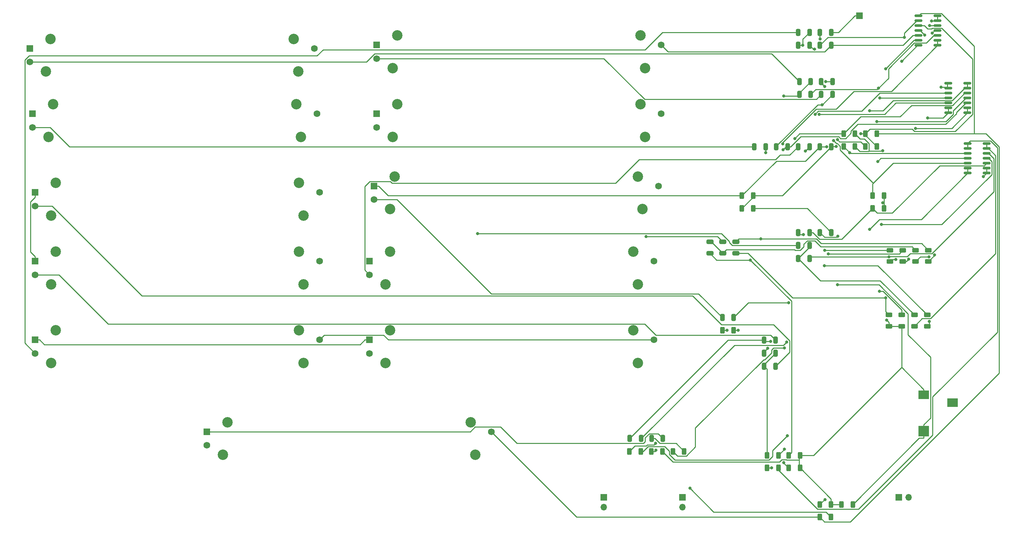
<source format=gbr>
%TF.GenerationSoftware,KiCad,Pcbnew,7.0.6*%
%TF.CreationDate,2023-07-25T22:23:12+05:30*%
%TF.ProjectId,class2_assignment,636c6173-7332-45f6-9173-7369676e6d65,rev?*%
%TF.SameCoordinates,Original*%
%TF.FileFunction,Copper,L1,Top*%
%TF.FilePolarity,Positive*%
%FSLAX46Y46*%
G04 Gerber Fmt 4.6, Leading zero omitted, Abs format (unit mm)*
G04 Created by KiCad (PCBNEW 7.0.6) date 2023-07-25 22:23:12*
%MOMM*%
%LPD*%
G01*
G04 APERTURE LIST*
G04 Aperture macros list*
%AMRoundRect*
0 Rectangle with rounded corners*
0 $1 Rounding radius*
0 $2 $3 $4 $5 $6 $7 $8 $9 X,Y pos of 4 corners*
0 Add a 4 corners polygon primitive as box body*
4,1,4,$2,$3,$4,$5,$6,$7,$8,$9,$2,$3,0*
0 Add four circle primitives for the rounded corners*
1,1,$1+$1,$2,$3*
1,1,$1+$1,$4,$5*
1,1,$1+$1,$6,$7*
1,1,$1+$1,$8,$9*
0 Add four rect primitives between the rounded corners*
20,1,$1+$1,$2,$3,$4,$5,0*
20,1,$1+$1,$4,$5,$6,$7,0*
20,1,$1+$1,$6,$7,$8,$9,0*
20,1,$1+$1,$8,$9,$2,$3,0*%
G04 Aperture macros list end*
%TA.AperFunction,ComponentPad*%
%ADD10R,1.700000X1.700000*%
%TD*%
%TA.AperFunction,ComponentPad*%
%ADD11O,1.700000X1.700000*%
%TD*%
%TA.AperFunction,ComponentPad*%
%ADD12R,1.750000X1.750000*%
%TD*%
%TA.AperFunction,ComponentPad*%
%ADD13C,1.750000*%
%TD*%
%TA.AperFunction,ComponentPad*%
%ADD14C,2.700000*%
%TD*%
%TA.AperFunction,SMDPad,CuDef*%
%ADD15RoundRect,0.150000X-0.825000X-0.150000X0.825000X-0.150000X0.825000X0.150000X-0.825000X0.150000X0*%
%TD*%
%TA.AperFunction,SMDPad,CuDef*%
%ADD16R,2.800000X2.200000*%
%TD*%
%TA.AperFunction,SMDPad,CuDef*%
%ADD17R,2.800000X2.800000*%
%TD*%
%TA.AperFunction,SMDPad,CuDef*%
%ADD18RoundRect,0.250000X-0.650000X0.325000X-0.650000X-0.325000X0.650000X-0.325000X0.650000X0.325000X0*%
%TD*%
%TA.AperFunction,SMDPad,CuDef*%
%ADD19RoundRect,0.250000X-0.312500X-0.625000X0.312500X-0.625000X0.312500X0.625000X-0.312500X0.625000X0*%
%TD*%
%TA.AperFunction,SMDPad,CuDef*%
%ADD20RoundRect,0.250000X-0.325000X-0.650000X0.325000X-0.650000X0.325000X0.650000X-0.325000X0.650000X0*%
%TD*%
%TA.AperFunction,SMDPad,CuDef*%
%ADD21RoundRect,0.250000X-0.625000X0.312500X-0.625000X-0.312500X0.625000X-0.312500X0.625000X0.312500X0*%
%TD*%
%TA.AperFunction,SMDPad,CuDef*%
%ADD22RoundRect,0.250000X0.325000X0.650000X-0.325000X0.650000X-0.325000X-0.650000X0.325000X-0.650000X0*%
%TD*%
%TA.AperFunction,ViaPad*%
%ADD23C,0.800000*%
%TD*%
%TA.AperFunction,Conductor*%
%ADD24C,0.250000*%
%TD*%
G04 APERTURE END LIST*
D10*
%TO.P,J4,1,Pin_1*%
%TO.N,Net-(J4-Pin_1)*%
X177800000Y-147320000D03*
D11*
%TO.P,J4,2,Pin_2*%
%TO.N,Net-(J4-Pin_2)*%
X177800000Y-149860000D03*
%TD*%
D10*
%TO.P,J3,1,Pin_1*%
%TO.N,Net-(J3-Pin_1)*%
X254000000Y-147320000D03*
D11*
%TO.P,J3,2,Pin_2*%
%TO.N,Net-(J3-Pin_2)*%
X256540000Y-147320000D03*
%TD*%
D12*
%TO.P,RV10,1,1*%
%TO.N,Net-(U1B--)*%
X117270000Y-106590000D03*
D13*
%TO.P,RV10,2,2*%
%TO.N,Net-(C19-Pad1)*%
X117270000Y-110090000D03*
%TO.P,RV10,3,3*%
%TO.N,Net-(U1B-+)*%
X190770000Y-106590000D03*
D14*
%TO.P,RV10,MP*%
%TO.N,N/C*%
X121420000Y-112540000D03*
X122620000Y-104140000D03*
X185420000Y-104140000D03*
X186620000Y-112540000D03*
%TD*%
D12*
%TO.P,RV6,1,1*%
%TO.N,Net-(U1B--)*%
X30910000Y-68490000D03*
D13*
%TO.P,RV6,2,2*%
%TO.N,Net-(C11-Pad1)*%
X30910000Y-71990000D03*
%TO.P,RV6,3,3*%
%TO.N,Net-(U1B-+)*%
X104410000Y-68490000D03*
D14*
%TO.P,RV6,MP*%
%TO.N,N/C*%
X35060000Y-74440000D03*
X36260000Y-66040000D03*
X99060000Y-66040000D03*
X100260000Y-74440000D03*
%TD*%
D12*
%TO.P,RV3,1,1*%
%TO.N,Net-(U1B--)*%
X119110000Y-48170000D03*
D13*
%TO.P,RV3,2,2*%
%TO.N,Net-(C5-Pad1)*%
X119110000Y-51670000D03*
%TO.P,RV3,3,3*%
%TO.N,Net-(U1B-+)*%
X192610000Y-48170000D03*
D14*
%TO.P,RV3,MP*%
%TO.N,N/C*%
X123260000Y-54120000D03*
X124460000Y-45720000D03*
X187260000Y-45720000D03*
X188460000Y-54120000D03*
%TD*%
D15*
%TO.P,U3,1*%
%TO.N,Net-(U3A--)*%
X271780000Y-55880000D03*
%TO.P,U3,2,-*%
X271780000Y-57150000D03*
%TO.P,U3,3,+*%
%TO.N,Net-(U3A-+)*%
X271780000Y-58420000D03*
%TO.P,U3,4,V+*%
%TO.N,Net-(J5-Pin_1)*%
X271780000Y-59690000D03*
%TO.P,U3,5,+*%
%TO.N,Net-(U3B-+)*%
X271780000Y-60960000D03*
%TO.P,U3,6,-*%
%TO.N,Net-(U3B--)*%
X271780000Y-62230000D03*
%TO.P,U3,7*%
X271780000Y-63500000D03*
%TO.P,U3,8*%
%TO.N,Net-(U3C--)*%
X276730000Y-63500000D03*
%TO.P,U3,9,-*%
X276730000Y-62230000D03*
%TO.P,U3,10,+*%
%TO.N,Net-(U3C-+)*%
X276730000Y-60960000D03*
%TO.P,U3,11,V-*%
%TO.N,Net-(J5-Pin_2)*%
X276730000Y-59690000D03*
%TO.P,U3,12,+*%
%TO.N,Net-(U3D-+)*%
X276730000Y-58420000D03*
%TO.P,U3,13,-*%
%TO.N,Net-(U3D--)*%
X276730000Y-57150000D03*
%TO.P,U3,14*%
X276730000Y-55880000D03*
%TD*%
D12*
%TO.P,RV4,1,1*%
%TO.N,Net-(U1B--)*%
X118420000Y-66830000D03*
D13*
%TO.P,RV4,2,2*%
%TO.N,Net-(C7-Pad1)*%
X118420000Y-70330000D03*
%TO.P,RV4,3,3*%
%TO.N,Net-(U1B-+)*%
X191920000Y-66830000D03*
D14*
%TO.P,RV4,MP*%
%TO.N,N/C*%
X122570000Y-72780000D03*
X123770000Y-64380000D03*
X186570000Y-64380000D03*
X187770000Y-72780000D03*
%TD*%
D12*
%TO.P,RV9,1,1*%
%TO.N,Net-(U1B--)*%
X117270000Y-86270000D03*
D13*
%TO.P,RV9,2,2*%
%TO.N,Net-(C17-Pad1)*%
X117270000Y-89770000D03*
%TO.P,RV9,3,3*%
%TO.N,Net-(U1B-+)*%
X190770000Y-86270000D03*
D14*
%TO.P,RV9,MP*%
%TO.N,N/C*%
X121420000Y-92220000D03*
X122620000Y-83820000D03*
X185420000Y-83820000D03*
X186620000Y-92220000D03*
%TD*%
D12*
%TO.P,RV5,1,1*%
%TO.N,Net-(U1B--)*%
X119110000Y-30390000D03*
D13*
%TO.P,RV5,2,2*%
%TO.N,Net-(C9-Pad1)*%
X119110000Y-33890000D03*
%TO.P,RV5,3,3*%
%TO.N,Net-(U1B-+)*%
X192610000Y-30390000D03*
D14*
%TO.P,RV5,MP*%
%TO.N,N/C*%
X123260000Y-36340000D03*
X124460000Y-27940000D03*
X187260000Y-27940000D03*
X188460000Y-36340000D03*
%TD*%
D12*
%TO.P,RV7,1,1*%
%TO.N,Net-(U1B--)*%
X30910000Y-86270000D03*
D13*
%TO.P,RV7,2,2*%
%TO.N,Net-(C13-Pad1)*%
X30910000Y-89770000D03*
%TO.P,RV7,3,3*%
%TO.N,Net-(U1B-+)*%
X104410000Y-86270000D03*
D14*
%TO.P,RV7,MP*%
%TO.N,N/C*%
X35060000Y-92220000D03*
X36260000Y-83820000D03*
X99060000Y-83820000D03*
X100260000Y-92220000D03*
%TD*%
D12*
%TO.P,RV2,1,1*%
%TO.N,Net-(U1B--)*%
X30210000Y-48170000D03*
D13*
%TO.P,RV2,2,2*%
%TO.N,Net-(C3-Pad1)*%
X30210000Y-51670000D03*
%TO.P,RV2,3,3*%
%TO.N,Net-(U1B-+)*%
X103710000Y-48170000D03*
D14*
%TO.P,RV2,MP*%
%TO.N,N/C*%
X34360000Y-54120000D03*
X35560000Y-45720000D03*
X98360000Y-45720000D03*
X99560000Y-54120000D03*
%TD*%
D15*
%TO.P,U1,1*%
%TO.N,Net-(R21-Pad1)*%
X259080000Y-22860000D03*
%TO.P,U1,2,-*%
%TO.N,GND*%
X259080000Y-24130000D03*
%TO.P,U1,3,+*%
%TO.N,Net-(U1A-+)*%
X259080000Y-25400000D03*
%TO.P,U1,4,V+*%
%TO.N,Net-(J3-Pin_1)*%
X259080000Y-26670000D03*
%TO.P,U1,5,+*%
%TO.N,Net-(U1B-+)*%
X259080000Y-27940000D03*
%TO.P,U1,6,-*%
%TO.N,Net-(U1B--)*%
X259080000Y-29210000D03*
%TO.P,U1,7*%
%TO.N,Net-(C24-Pad2)*%
X259080000Y-30480000D03*
%TO.P,U1,8*%
%TO.N,Net-(U1C--)*%
X264030000Y-30480000D03*
%TO.P,U1,9,-*%
X264030000Y-29210000D03*
%TO.P,U1,10,+*%
%TO.N,Net-(U1C-+)*%
X264030000Y-27940000D03*
%TO.P,U1,11,V-*%
%TO.N,Net-(J3-Pin_2)*%
X264030000Y-26670000D03*
%TO.P,U1,12,+*%
%TO.N,Net-(U1D-+)*%
X264030000Y-25400000D03*
%TO.P,U1,13,-*%
%TO.N,Net-(U1D--)*%
X264030000Y-24130000D03*
%TO.P,U1,14*%
X264030000Y-22860000D03*
%TD*%
D10*
%TO.P,J1,1,Pin_1*%
%TO.N,Net-(J1-Pin_1)*%
X243840000Y-22860000D03*
%TD*%
D12*
%TO.P,RV8,1,1*%
%TO.N,Net-(U1B--)*%
X30910000Y-106590000D03*
D13*
%TO.P,RV8,2,2*%
%TO.N,Net-(C15-Pad1)*%
X30910000Y-110090000D03*
%TO.P,RV8,3,3*%
%TO.N,Net-(U1B-+)*%
X104410000Y-106590000D03*
D14*
%TO.P,RV8,MP*%
%TO.N,N/C*%
X35060000Y-112540000D03*
X36260000Y-104140000D03*
X99060000Y-104140000D03*
X100260000Y-112540000D03*
%TD*%
D10*
%TO.P,J5,1,Pin_1*%
%TO.N,Net-(J5-Pin_1)*%
X198120000Y-147320000D03*
D11*
%TO.P,J5,2,Pin_2*%
%TO.N,Net-(J5-Pin_2)*%
X198120000Y-149860000D03*
%TD*%
D12*
%TO.P,RV11,1,1*%
%TO.N,Net-(C21-Pad2)*%
X75240000Y-130330000D03*
D13*
%TO.P,RV11,2,2*%
%TO.N,Net-(R21-Pad1)*%
X75240000Y-133830000D03*
%TO.P,RV11,3,3*%
X148740000Y-130330000D03*
D14*
%TO.P,RV11,MP*%
%TO.N,N/C*%
X79390000Y-136280000D03*
X80590000Y-127880000D03*
X143390000Y-127880000D03*
X144590000Y-136280000D03*
%TD*%
D16*
%TO.P,J2,R*%
%TO.N,N/C*%
X267860000Y-122820000D03*
%TO.P,J2,S*%
%TO.N,GND*%
X260460000Y-120820000D03*
D17*
%TO.P,J2,T*%
%TO.N,Net-(C25-Pad1)*%
X260460000Y-130220000D03*
%TD*%
D12*
%TO.P,RV1,1,1*%
%TO.N,Net-(U1B--)*%
X29520000Y-31270000D03*
D13*
%TO.P,RV1,2,2*%
%TO.N,Net-(C1-Pad1)*%
X29520000Y-34770000D03*
%TO.P,RV1,3,3*%
%TO.N,Net-(U1B-+)*%
X103020000Y-31270000D03*
D14*
%TO.P,RV1,MP*%
%TO.N,N/C*%
X33670000Y-37220000D03*
X34870000Y-28820000D03*
X97670000Y-28820000D03*
X98870000Y-37220000D03*
%TD*%
D15*
%TO.P,U2,1*%
%TO.N,Net-(U2A--)*%
X266765000Y-40300000D03*
%TO.P,U2,2,-*%
X266765000Y-41570000D03*
%TO.P,U2,3,+*%
%TO.N,Net-(U2A-+)*%
X266765000Y-42840000D03*
%TO.P,U2,4,V+*%
%TO.N,Net-(J4-Pin_1)*%
X266765000Y-44110000D03*
%TO.P,U2,5,+*%
%TO.N,Net-(U2B-+)*%
X266765000Y-45380000D03*
%TO.P,U2,6,-*%
%TO.N,Net-(U2B--)*%
X266765000Y-46650000D03*
%TO.P,U2,7*%
X266765000Y-47920000D03*
%TO.P,U2,8*%
%TO.N,Net-(U2C--)*%
X271715000Y-47920000D03*
%TO.P,U2,9,-*%
X271715000Y-46650000D03*
%TO.P,U2,10,+*%
%TO.N,Net-(U2C-+)*%
X271715000Y-45380000D03*
%TO.P,U2,11,V-*%
%TO.N,Net-(J4-Pin_2)*%
X271715000Y-44110000D03*
%TO.P,U2,12,+*%
%TO.N,Net-(U2D-+)*%
X271715000Y-42840000D03*
%TO.P,U2,13,-*%
%TO.N,Net-(U2D--)*%
X271715000Y-41570000D03*
%TO.P,U2,14*%
X271715000Y-40300000D03*
%TD*%
D18*
%TO.P,C4,1*%
%TO.N,Net-(C3-Pad2)*%
X211898800Y-81280000D03*
%TO.P,C4,2*%
%TO.N,Net-(U1D-+)*%
X211898800Y-84230000D03*
%TD*%
D19*
%TO.P,R26,1*%
%TO.N,Net-(C24-Pad2)*%
X213439300Y-72620000D03*
%TO.P,R26,2*%
%TO.N,Net-(C25-Pad2)*%
X216364300Y-72620000D03*
%TD*%
D20*
%TO.P,C20,1*%
%TO.N,Net-(C19-Pad2)*%
X227978800Y-85550000D03*
%TO.P,C20,2*%
%TO.N,Net-(U3D-+)*%
X230928800Y-85550000D03*
%TD*%
%TO.P,C9,1*%
%TO.N,Net-(C9-Pad1)*%
X233963800Y-43180000D03*
%TO.P,C9,2*%
%TO.N,Net-(C10-Pad1)*%
X236913800Y-43180000D03*
%TD*%
%TO.P,C25,1*%
%TO.N,Net-(C25-Pad1)*%
X233628800Y-78850000D03*
%TO.P,C25,2*%
%TO.N,Net-(C25-Pad2)*%
X236578800Y-78850000D03*
%TD*%
D19*
%TO.P,R17,1*%
%TO.N,Net-(U3A-+)*%
X239749200Y-56630000D03*
%TO.P,R17,2*%
%TO.N,GND*%
X242674200Y-56630000D03*
%TD*%
D21*
%TO.P,R5,1*%
%TO.N,Net-(C10-Pad1)*%
X251750000Y-83435000D03*
%TO.P,R5,2*%
%TO.N,Net-(U2C--)*%
X251750000Y-86360000D03*
%TD*%
D18*
%TO.P,C6,1*%
%TO.N,Net-(C5-Pad2)*%
X205198800Y-81280000D03*
%TO.P,C6,2*%
%TO.N,Net-(U2A-+)*%
X205198800Y-84230000D03*
%TD*%
D19*
%TO.P,R22,1*%
%TO.N,Net-(U1A-+)*%
X195652500Y-135400000D03*
%TO.P,R22,2*%
%TO.N,Net-(C21-Pad1)*%
X198577500Y-135400000D03*
%TD*%
D20*
%TO.P,C2,1*%
%TO.N,Net-(C1-Pad2)*%
X228313800Y-43180000D03*
%TO.P,C2,2*%
%TO.N,Net-(U1C-+)*%
X231263800Y-43180000D03*
%TD*%
D21*
%TO.P,R4,1*%
%TO.N,Net-(C7-Pad2)*%
X255040000Y-83435000D03*
%TO.P,R4,2*%
%TO.N,Net-(U2B--)*%
X255040000Y-86360000D03*
%TD*%
D20*
%TO.P,C14,1*%
%TO.N,Net-(C13-Pad2)*%
X184480000Y-132080000D03*
%TO.P,C14,2*%
%TO.N,Net-(U3A-+)*%
X187430000Y-132080000D03*
%TD*%
%TO.P,C1,1*%
%TO.N,Net-(C1-Pad1)*%
X228313800Y-39830000D03*
%TO.P,C1,2*%
%TO.N,Net-(C1-Pad2)*%
X231263800Y-39830000D03*
%TD*%
D19*
%TO.P,R7,1*%
%TO.N,Net-(C13-Pad2)*%
X219958900Y-139700000D03*
%TO.P,R7,2*%
%TO.N,Net-(U3A--)*%
X222883900Y-139700000D03*
%TD*%
%TO.P,R1,1*%
%TO.N,Net-(C1-Pad2)*%
X208408800Y-104140000D03*
%TO.P,R1,2*%
%TO.N,Net-(U1C--)*%
X211333800Y-104140000D03*
%TD*%
%TO.P,R18,1*%
%TO.N,Net-(U3B-+)*%
X247224200Y-69330000D03*
%TO.P,R18,2*%
%TO.N,GND*%
X250149200Y-69330000D03*
%TD*%
%TO.P,R25,1*%
%TO.N,Net-(U1B--)*%
X213439300Y-69330000D03*
%TO.P,R25,2*%
%TO.N,Net-(C24-Pad2)*%
X216364300Y-69330000D03*
%TD*%
D20*
%TO.P,C19,1*%
%TO.N,Net-(C19-Pad1)*%
X227978800Y-82200000D03*
%TO.P,C19,2*%
%TO.N,Net-(C19-Pad2)*%
X230928800Y-82200000D03*
%TD*%
D19*
%TO.P,R13,1*%
%TO.N,Net-(U2A-+)*%
X225568900Y-136410000D03*
%TO.P,R13,2*%
%TO.N,GND*%
X228493900Y-136410000D03*
%TD*%
%TO.P,R8,1*%
%TO.N,Net-(C15-Pad2)*%
X184432500Y-135400000D03*
%TO.P,R8,2*%
%TO.N,Net-(U3B--)*%
X187357500Y-135400000D03*
%TD*%
D20*
%TO.P,C7,1*%
%TO.N,Net-(C7-Pad1)*%
X208416300Y-100820000D03*
%TO.P,C7,2*%
%TO.N,Net-(C7-Pad2)*%
X211366300Y-100820000D03*
%TD*%
D22*
%TO.P,C11,1*%
%TO.N,Net-(C11-Pad1)*%
X222168800Y-113380000D03*
%TO.P,C11,2*%
%TO.N,Net-(C11-Pad2)*%
X219218800Y-113380000D03*
%TD*%
D19*
%TO.P,R27,1*%
%TO.N,GND*%
X239183900Y-149110000D03*
%TO.P,R27,2*%
%TO.N,Net-(C25-Pad1)*%
X242108900Y-149110000D03*
%TD*%
D22*
%TO.P,C13,1*%
%TO.N,Net-(C13-Pad1)*%
X222168800Y-106680000D03*
%TO.P,C13,2*%
%TO.N,Net-(C13-Pad2)*%
X219218800Y-106680000D03*
%TD*%
D20*
%TO.P,C8,1*%
%TO.N,Net-(C7-Pad2)*%
X233963800Y-39830000D03*
%TO.P,C8,2*%
%TO.N,Net-(U2B-+)*%
X236913800Y-39830000D03*
%TD*%
D21*
%TO.P,R10,1*%
%TO.N,Net-(C19-Pad2)*%
X258040000Y-100137500D03*
%TO.P,R10,2*%
%TO.N,Net-(U3D--)*%
X258040000Y-103062500D03*
%TD*%
D20*
%TO.P,C23,1*%
%TO.N,GND*%
X233628800Y-30480000D03*
%TO.P,C23,2*%
%TO.N,Net-(U1B-+)*%
X236578800Y-30480000D03*
%TD*%
D19*
%TO.P,R6,1*%
%TO.N,Net-(C11-Pad2)*%
X219958900Y-136410000D03*
%TO.P,R6,2*%
%TO.N,Net-(U2D--)*%
X222883900Y-136410000D03*
%TD*%
D21*
%TO.P,R12,1*%
%TO.N,Net-(U1D-+)*%
X251460000Y-100137500D03*
%TO.P,R12,2*%
%TO.N,GND*%
X251460000Y-103062500D03*
%TD*%
D19*
%TO.P,R20,1*%
%TO.N,Net-(U3D-+)*%
X233573900Y-149110000D03*
%TO.P,R20,2*%
%TO.N,GND*%
X236498900Y-149110000D03*
%TD*%
D20*
%TO.P,C21,1*%
%TO.N,Net-(C21-Pad1)*%
X190130000Y-132080000D03*
%TO.P,C21,2*%
%TO.N,Net-(C21-Pad2)*%
X193080000Y-132080000D03*
%TD*%
D19*
%TO.P,R23,1*%
%TO.N,Net-(U1A-+)*%
X245359200Y-53340000D03*
%TO.P,R23,2*%
%TO.N,Net-(R21-Pad1)*%
X248284200Y-53340000D03*
%TD*%
D21*
%TO.P,R9,1*%
%TO.N,Net-(C17-Pad2)*%
X261330000Y-100137500D03*
%TO.P,R9,2*%
%TO.N,Net-(U3C--)*%
X261330000Y-103062500D03*
%TD*%
D19*
%TO.P,R14,1*%
%TO.N,Net-(U2B-+)*%
X225568900Y-139700000D03*
%TO.P,R14,2*%
%TO.N,GND*%
X228493900Y-139700000D03*
%TD*%
D20*
%TO.P,C17,1*%
%TO.N,Net-(C17-Pad1)*%
X227978800Y-56690000D03*
%TO.P,C17,2*%
%TO.N,Net-(C17-Pad2)*%
X230928800Y-56690000D03*
%TD*%
D19*
%TO.P,R15,1*%
%TO.N,Net-(U2C-+)*%
X190042500Y-135400000D03*
%TO.P,R15,2*%
%TO.N,GND*%
X192967500Y-135400000D03*
%TD*%
%TO.P,R16,1*%
%TO.N,Net-(U2D-+)*%
X239749200Y-53340000D03*
%TO.P,R16,2*%
%TO.N,GND*%
X242674200Y-53340000D03*
%TD*%
D20*
%TO.P,C15,1*%
%TO.N,Net-(C15-Pad1)*%
X227978800Y-27130000D03*
%TO.P,C15,2*%
%TO.N,Net-(C15-Pad2)*%
X230928800Y-27130000D03*
%TD*%
D21*
%TO.P,R11,1*%
%TO.N,Net-(U1C-+)*%
X254750000Y-100137500D03*
%TO.P,R11,2*%
%TO.N,GND*%
X254750000Y-103062500D03*
%TD*%
D18*
%TO.P,C5,1*%
%TO.N,Net-(C5-Pad1)*%
X208548800Y-81280000D03*
%TO.P,C5,2*%
%TO.N,Net-(C5-Pad2)*%
X208548800Y-84230000D03*
%TD*%
D19*
%TO.P,R21,1*%
%TO.N,Net-(R21-Pad1)*%
X233573900Y-152400000D03*
%TO.P,R21,2*%
%TO.N,Net-(U1B-+)*%
X236498900Y-152400000D03*
%TD*%
D21*
%TO.P,R2,1*%
%TO.N,Net-(C3-Pad2)*%
X261620000Y-83435000D03*
%TO.P,R2,2*%
%TO.N,Net-(U1D--)*%
X261620000Y-86360000D03*
%TD*%
D19*
%TO.P,R24,1*%
%TO.N,Net-(C22-Pad1)*%
X245359200Y-56630000D03*
%TO.P,R24,2*%
%TO.N,Net-(U1A-+)*%
X248284200Y-56630000D03*
%TD*%
D20*
%TO.P,C22,1*%
%TO.N,Net-(C22-Pad1)*%
X233628800Y-27130000D03*
%TO.P,C22,2*%
%TO.N,Net-(J1-Pin_1)*%
X236578800Y-27130000D03*
%TD*%
%TO.P,C16,1*%
%TO.N,Net-(C15-Pad2)*%
X227978800Y-30480000D03*
%TO.P,C16,2*%
%TO.N,Net-(U3B-+)*%
X230928800Y-30480000D03*
%TD*%
D22*
%TO.P,C12,1*%
%TO.N,Net-(C11-Pad2)*%
X222168800Y-110030000D03*
%TO.P,C12,2*%
%TO.N,Net-(U2D-+)*%
X219218800Y-110030000D03*
%TD*%
D19*
%TO.P,R19,1*%
%TO.N,Net-(U3C-+)*%
X247224200Y-72620000D03*
%TO.P,R19,2*%
%TO.N,GND*%
X250149200Y-72620000D03*
%TD*%
D20*
%TO.P,C18,1*%
%TO.N,Net-(C17-Pad2)*%
X227978800Y-78850000D03*
%TO.P,C18,2*%
%TO.N,Net-(U3C-+)*%
X230928800Y-78850000D03*
%TD*%
%TO.P,C10,1*%
%TO.N,Net-(C10-Pad1)*%
X222328800Y-56690000D03*
%TO.P,C10,2*%
%TO.N,Net-(U2C-+)*%
X225278800Y-56690000D03*
%TD*%
%TO.P,C24,1*%
%TO.N,Net-(U1B--)*%
X233628800Y-56690000D03*
%TO.P,C24,2*%
%TO.N,Net-(C24-Pad2)*%
X236578800Y-56690000D03*
%TD*%
%TO.P,C3,1*%
%TO.N,Net-(C3-Pad1)*%
X216678800Y-56690000D03*
%TO.P,C3,2*%
%TO.N,Net-(C3-Pad2)*%
X219628800Y-56690000D03*
%TD*%
D21*
%TO.P,R3,1*%
%TO.N,Net-(C5-Pad2)*%
X258330000Y-83435000D03*
%TO.P,R3,2*%
%TO.N,Net-(U2A--)*%
X258330000Y-86360000D03*
%TD*%
D23*
%TO.N,Net-(U1A-+)*%
X244173000Y-53340000D03*
X224456400Y-108714800D03*
%TO.N,Net-(U3C--)*%
X261884800Y-101857900D03*
X275806000Y-64424000D03*
%TO.N,Net-(U3B--)*%
X225191900Y-131374800D03*
X246468500Y-77985500D03*
%TO.N,Net-(U2D--)*%
X224452400Y-134841500D03*
X246500700Y-47357700D03*
%TO.N,Net-(U2C--)*%
X253250500Y-85789500D03*
X258349000Y-51908800D03*
%TO.N,Net-(U2B--)*%
X256532200Y-85773500D03*
X261455700Y-49227600D03*
%TO.N,Net-(U2A--)*%
X261824900Y-85108900D03*
X264921800Y-41302500D03*
%TO.N,Net-(U1D--)*%
X263218500Y-84651700D03*
X262449800Y-24154500D03*
%TO.N,Net-(U1C--)*%
X212514600Y-104140000D03*
X223984300Y-55952800D03*
%TO.N,Net-(J5-Pin_2)*%
X249470700Y-76758100D03*
%TO.N,Net-(J5-Pin_1)*%
X248566900Y-60482200D03*
%TO.N,Net-(J4-Pin_2)*%
X248364400Y-50136500D03*
%TO.N,Net-(J4-Pin_1)*%
X249091300Y-44110000D03*
%TO.N,Net-(J3-Pin_2)*%
X262612900Y-27317600D03*
%TO.N,Net-(J3-Pin_1)*%
X260663100Y-27821500D03*
%TO.N,Net-(C25-Pad1)*%
X238160000Y-92358300D03*
X238208300Y-79821700D03*
%TO.N,Net-(C24-Pad2)*%
X237862400Y-56608100D03*
X254727900Y-34553000D03*
%TO.N,Net-(U1B--)*%
X235378700Y-56690000D03*
X250613200Y-36524400D03*
%TO.N,Net-(U1B-+)*%
X200041800Y-144952100D03*
%TO.N,GND*%
X250870100Y-101443600D03*
X249857500Y-71138300D03*
X249859100Y-57691800D03*
X255477900Y-28380400D03*
%TO.N,Net-(C22-Pad1)*%
X238142200Y-54860500D03*
X233719000Y-28805000D03*
%TO.N,Net-(U3D-+)*%
X234908700Y-147866200D03*
X251488300Y-85158900D03*
%TO.N,Net-(C19-Pad1)*%
X145243700Y-79125500D03*
%TO.N,Net-(C17-Pad2)*%
X229346500Y-79419200D03*
X229832700Y-57786100D03*
X234780000Y-87388600D03*
%TO.N,Net-(U3B-+)*%
X237120300Y-55120600D03*
X232278800Y-31422000D03*
%TO.N,Net-(C15-Pad2)*%
X229182600Y-30480000D03*
X191195900Y-133303500D03*
%TO.N,Net-(U3A-+)*%
X241313300Y-58194100D03*
X225045700Y-107139900D03*
%TO.N,Net-(C13-Pad2)*%
X221125800Y-139700000D03*
X220881100Y-107007500D03*
%TO.N,Net-(U2D-+)*%
X227133900Y-54571500D03*
X220146800Y-108762100D03*
%TO.N,Net-(U2C-+)*%
X191262900Y-135114600D03*
X224095400Y-57460700D03*
%TO.N,Net-(C10-Pad1)*%
X234825700Y-83435000D03*
X234220300Y-45824100D03*
%TO.N,Net-(U2B-+)*%
X224308400Y-138269500D03*
X235154100Y-39880400D03*
X233399500Y-48335400D03*
%TO.N,Net-(C7-Pad2)*%
X235808300Y-84346600D03*
X225572800Y-97026100D03*
X234884900Y-41092500D03*
%TO.N,Net-(U2A-+)*%
X232371200Y-48285200D03*
X215685700Y-85951500D03*
%TO.N,Net-(C5-Pad1)*%
X188747100Y-79917600D03*
%TO.N,Net-(U1D-+)*%
X250587300Y-95735400D03*
X261948200Y-25400000D03*
%TO.N,Net-(C3-Pad2)*%
X219628800Y-58220100D03*
X218368800Y-80488800D03*
%TO.N,Net-(U1C-+)*%
X249018800Y-94070500D03*
X248760600Y-41550000D03*
%TO.N,Net-(C1-Pad2)*%
X209594800Y-104140000D03*
X224279000Y-43562600D03*
%TD*%
D24*
%TO.N,Net-(U1A-+)*%
X260592000Y-25400000D02*
X259080000Y-25400000D01*
X261407600Y-26215600D02*
X260592000Y-25400000D01*
X262433400Y-26215600D02*
X261407600Y-26215600D01*
X262614000Y-26035000D02*
X262433400Y-26215600D01*
X265084400Y-26035000D02*
X262614000Y-26035000D01*
X273018700Y-33969300D02*
X265084400Y-26035000D01*
X273018700Y-48268700D02*
X273018700Y-33969300D01*
X268601900Y-52685500D02*
X273018700Y-48268700D01*
X258035200Y-52685500D02*
X268601900Y-52685500D01*
X257486800Y-52137100D02*
X258035200Y-52685500D01*
X246562100Y-52137100D02*
X257486800Y-52137100D01*
X245359200Y-53340000D02*
X246562100Y-52137100D01*
X245359200Y-53705000D02*
X245359200Y-53340000D01*
X248284200Y-56630000D02*
X245359200Y-53705000D01*
X221622700Y-108714800D02*
X224456400Y-108714800D01*
X221172100Y-109165400D02*
X221622700Y-108714800D01*
X221172100Y-109905500D02*
X221172100Y-109165400D01*
X219372600Y-111705000D02*
X221172100Y-109905500D01*
X219075800Y-111705000D02*
X219372600Y-111705000D01*
X201461600Y-129319200D02*
X219075800Y-111705000D01*
X201461600Y-134285500D02*
X201461600Y-129319200D01*
X199126700Y-136620400D02*
X201461600Y-134285500D01*
X196872900Y-136620400D02*
X199126700Y-136620400D01*
X195652500Y-135400000D02*
X196872900Y-136620400D01*
X245359200Y-53340000D02*
X244173000Y-53340000D01*
%TO.N,Net-(R21-Pad1)*%
X273514000Y-53340000D02*
X248284200Y-53340000D01*
X259729200Y-22210800D02*
X259080000Y-22860000D01*
X265040900Y-22210800D02*
X259729200Y-22210800D01*
X273514000Y-30683900D02*
X265040900Y-22210800D01*
X273514000Y-53340000D02*
X273514000Y-30683900D01*
X234776800Y-153602900D02*
X233573900Y-152400000D01*
X241508600Y-153602900D02*
X234776800Y-153602900D01*
X279908200Y-115203300D02*
X241508600Y-153602900D01*
X279908200Y-56712100D02*
X279908200Y-115203300D01*
X276536100Y-53340000D02*
X279908200Y-56712100D01*
X273514000Y-53340000D02*
X276536100Y-53340000D01*
X170810000Y-152400000D02*
X148740000Y-130330000D01*
X233573900Y-152400000D02*
X170810000Y-152400000D01*
%TO.N,Net-(U3D--)*%
X276730000Y-55880000D02*
X276730000Y-57150000D01*
X277166700Y-57150000D02*
X276730000Y-57150000D01*
X279004300Y-58987600D02*
X277166700Y-57150000D01*
X279004300Y-84257500D02*
X279004300Y-58987600D01*
X262199800Y-101062000D02*
X279004300Y-84257500D01*
X260040500Y-101062000D02*
X262199800Y-101062000D01*
X258040000Y-103062500D02*
X260040500Y-101062000D01*
%TO.N,Net-(U3C--)*%
X261884800Y-102507700D02*
X261884800Y-101857900D01*
X261330000Y-103062500D02*
X261884800Y-102507700D01*
X275806000Y-64424000D02*
X276730000Y-63500000D01*
X276730000Y-63500000D02*
X276730000Y-62230000D01*
%TO.N,Net-(U3B--)*%
X271780000Y-63500000D02*
X271780000Y-62230000D01*
X187969300Y-135400000D02*
X187357500Y-135400000D01*
X189199100Y-134170200D02*
X187969300Y-135400000D01*
X193518200Y-134170200D02*
X189199100Y-134170200D01*
X194728300Y-135380300D02*
X193518200Y-134170200D01*
X194728300Y-136230400D02*
X194728300Y-135380300D01*
X196138600Y-137640700D02*
X194728300Y-136230400D01*
X220492600Y-137640700D02*
X196138600Y-137640700D01*
X221421400Y-136711900D02*
X220492600Y-137640700D01*
X221421400Y-135145300D02*
X221421400Y-136711900D01*
X225191900Y-131374800D02*
X221421400Y-135145300D01*
X259824500Y-75455500D02*
X271780000Y-63500000D01*
X248998500Y-75455500D02*
X259824500Y-75455500D01*
X246468500Y-77985500D02*
X248998500Y-75455500D01*
%TO.N,Net-(U3A--)*%
X271780000Y-57150000D02*
X271780000Y-55880000D01*
X222883900Y-140220900D02*
X222883900Y-139700000D01*
X232982100Y-150319100D02*
X222883900Y-140220900D01*
X243623900Y-150319100D02*
X232982100Y-150319100D01*
X262733100Y-131209900D02*
X243623900Y-150319100D01*
X262733100Y-121329000D02*
X262733100Y-131209900D01*
X279456200Y-104605900D02*
X262733100Y-121329000D01*
X279456200Y-56934300D02*
X279456200Y-104605900D01*
X277712800Y-55190900D02*
X279456200Y-56934300D01*
X272469100Y-55190900D02*
X277712800Y-55190900D01*
X271780000Y-55880000D02*
X272469100Y-55190900D01*
%TO.N,Net-(U2D--)*%
X271715000Y-41570000D02*
X271715000Y-40300000D01*
X222883900Y-136410000D02*
X224452400Y-134841500D01*
X249947000Y-47357700D02*
X246500700Y-47357700D01*
X252559700Y-44745000D02*
X249947000Y-47357700D01*
X267802600Y-44745000D02*
X252559700Y-44745000D01*
X270977600Y-41570000D02*
X267802600Y-44745000D01*
X271715000Y-41570000D02*
X270977600Y-41570000D01*
%TO.N,Net-(U2C--)*%
X271715000Y-46650000D02*
X271715000Y-47920000D01*
X252320500Y-85789500D02*
X253250500Y-85789500D01*
X251750000Y-86360000D02*
X252320500Y-85789500D01*
X267726200Y-51908800D02*
X271715000Y-47920000D01*
X258349000Y-51908800D02*
X267726200Y-51908800D01*
%TO.N,Net-(U2B--)*%
X266765000Y-47920000D02*
X266765000Y-46650000D01*
X255945700Y-86360000D02*
X256532200Y-85773500D01*
X255040000Y-86360000D02*
X255945700Y-86360000D01*
X265457400Y-49227600D02*
X261455700Y-49227600D01*
X266765000Y-47920000D02*
X265457400Y-49227600D01*
%TO.N,Net-(U2A--)*%
X266497500Y-40567500D02*
X266765000Y-40300000D01*
X266497500Y-41302500D02*
X266497500Y-40567500D01*
X264921800Y-41302500D02*
X266497500Y-41302500D01*
X266497500Y-41302500D02*
X266765000Y-41570000D01*
X259581100Y-85108900D02*
X261824900Y-85108900D01*
X258330000Y-86360000D02*
X259581100Y-85108900D01*
%TO.N,Net-(U1D--)*%
X264030000Y-22860000D02*
X264030000Y-24130000D01*
X263218500Y-84761500D02*
X263218500Y-84651700D01*
X261620000Y-86360000D02*
X263218500Y-84761500D01*
X264005500Y-24154500D02*
X262449800Y-24154500D01*
X264030000Y-24130000D02*
X264005500Y-24154500D01*
%TO.N,Net-(U1C--)*%
X264030000Y-29210000D02*
X264030000Y-30480000D01*
X211333800Y-104140000D02*
X212514600Y-104140000D01*
X252118900Y-42391100D02*
X264030000Y-30480000D01*
X242363400Y-42391100D02*
X252118900Y-42391100D01*
X237815200Y-46939300D02*
X242363400Y-42391100D01*
X232632200Y-46939300D02*
X237815200Y-46939300D01*
X223984300Y-55587200D02*
X232632200Y-46939300D01*
X223984300Y-55952800D02*
X223984300Y-55587200D01*
%TO.N,Net-(J5-Pin_2)*%
X265131500Y-76758100D02*
X249470700Y-76758100D01*
X278038900Y-63850700D02*
X265131500Y-76758100D01*
X278038900Y-60522200D02*
X278038900Y-63850700D01*
X277206700Y-59690000D02*
X278038900Y-60522200D01*
X276730000Y-59690000D02*
X277206700Y-59690000D01*
%TO.N,Net-(J5-Pin_1)*%
X249359100Y-59690000D02*
X248566900Y-60482200D01*
X271780000Y-59690000D02*
X249359100Y-59690000D01*
%TO.N,Net-(J4-Pin_2)*%
X266203300Y-50136500D02*
X248364400Y-50136500D01*
X268067500Y-48272300D02*
X266203300Y-50136500D01*
X268067500Y-47366700D02*
X268067500Y-48272300D01*
X271324200Y-44110000D02*
X268067500Y-47366700D01*
X271715000Y-44110000D02*
X271324200Y-44110000D01*
%TO.N,Net-(J4-Pin_1)*%
X266765000Y-44110000D02*
X249091300Y-44110000D01*
%TO.N,Net-(J3-Pin_2)*%
X263260500Y-26670000D02*
X262612900Y-27317600D01*
X264030000Y-26670000D02*
X263260500Y-26670000D01*
%TO.N,Net-(J3-Pin_1)*%
X259511600Y-26670000D02*
X260663100Y-27821500D01*
X259080000Y-26670000D02*
X259511600Y-26670000D01*
%TO.N,Net-(C25-Pad2)*%
X230348800Y-72620000D02*
X236578800Y-78850000D01*
X216364300Y-72620000D02*
X230348800Y-72620000D01*
%TO.N,Net-(C25-Pad1)*%
X259272000Y-131946900D02*
X260460000Y-131946900D01*
X242108900Y-149110000D02*
X259272000Y-131946900D01*
X260460000Y-130220000D02*
X260460000Y-131946900D01*
X260460000Y-130220000D02*
X260460000Y-128493100D01*
X237942200Y-80087800D02*
X238208300Y-79821700D01*
X234866600Y-80087800D02*
X237942200Y-80087800D01*
X233628800Y-78850000D02*
X234866600Y-80087800D01*
X248901800Y-92358300D02*
X238160000Y-92358300D01*
X256395000Y-99851500D02*
X248901800Y-92358300D01*
X256395000Y-105253300D02*
X256395000Y-99851500D01*
X262187500Y-111045800D02*
X256395000Y-105253300D01*
X262187500Y-126765600D02*
X262187500Y-111045800D01*
X260460000Y-128493100D02*
X262187500Y-126765600D01*
%TO.N,Net-(C24-Pad2)*%
X216364300Y-69695000D02*
X213439300Y-72620000D01*
X216364300Y-69330000D02*
X216364300Y-69695000D01*
X223938800Y-69330000D02*
X236578800Y-56690000D01*
X216364300Y-69330000D02*
X223938800Y-69330000D01*
X236660700Y-56608100D02*
X237862400Y-56608100D01*
X236578800Y-56690000D02*
X236660700Y-56608100D01*
X258800900Y-30480000D02*
X254727900Y-34553000D01*
X259080000Y-30480000D02*
X258800900Y-30480000D01*
%TO.N,Net-(U1B--)*%
X118420000Y-66830000D02*
X119621900Y-66830000D01*
X29708100Y-70893800D02*
X30910000Y-69691900D01*
X29708100Y-83866200D02*
X29708100Y-70893800D01*
X30910000Y-85068100D02*
X29708100Y-83866200D01*
X30910000Y-86270000D02*
X30910000Y-85068100D01*
X30910000Y-68490000D02*
X30910000Y-69691900D01*
X122121900Y-69330000D02*
X119621900Y-66830000D01*
X213439300Y-69330000D02*
X122121900Y-69330000D01*
X257927600Y-29210000D02*
X259080000Y-29210000D01*
X250613200Y-36524400D02*
X257927600Y-29210000D01*
X33313800Y-107791900D02*
X32111900Y-106590000D01*
X114866200Y-107791900D02*
X33313800Y-107791900D01*
X116068100Y-106590000D02*
X114866200Y-107791900D01*
X117270000Y-106590000D02*
X116068100Y-106590000D01*
X30910000Y-106590000D02*
X32111900Y-106590000D01*
X233628800Y-56690000D02*
X235378700Y-56690000D01*
X229896100Y-60422700D02*
X233628800Y-56690000D01*
X222389300Y-60422700D02*
X229896100Y-60422700D01*
X213482000Y-69330000D02*
X222389300Y-60422700D01*
X213439300Y-69330000D02*
X213482000Y-69330000D01*
%TO.N,Net-(U1B-+)*%
X105611900Y-105388100D02*
X104410000Y-106590000D01*
X120943100Y-105388100D02*
X105611900Y-105388100D01*
X122145000Y-106590000D02*
X120943100Y-105388100D01*
X190770000Y-106590000D02*
X122145000Y-106590000D01*
X206176600Y-151086900D02*
X200041800Y-144952100D01*
X235185800Y-151086900D02*
X206176600Y-151086900D01*
X236498900Y-152400000D02*
X235185800Y-151086900D01*
X234904800Y-32154000D02*
X236578800Y-30480000D01*
X194374000Y-32154000D02*
X234904800Y-32154000D01*
X192610000Y-30390000D02*
X194374000Y-32154000D01*
X257680800Y-27940000D02*
X259080000Y-27940000D01*
X255140800Y-30480000D02*
X257680800Y-27940000D01*
X236578800Y-30480000D02*
X255140800Y-30480000D01*
%TO.N,GND*%
X236498900Y-149110000D02*
X239183900Y-149110000D01*
X251460000Y-102033500D02*
X251460000Y-103062500D01*
X250870100Y-101443600D02*
X251460000Y-102033500D01*
X250149200Y-72620000D02*
X250149200Y-71138300D01*
X250149200Y-71138300D02*
X250149200Y-69330000D01*
X249857500Y-71138300D02*
X250149200Y-71138300D01*
X246274800Y-57849000D02*
X246292400Y-57831400D01*
X243893200Y-57849000D02*
X246274800Y-57849000D01*
X242674200Y-56630000D02*
X243893200Y-57849000D01*
X243984700Y-54650500D02*
X242674200Y-53340000D01*
X245139100Y-54650500D02*
X243984700Y-54650500D01*
X246292400Y-55803800D02*
X245139100Y-54650500D01*
X246292400Y-57831400D02*
X246292400Y-55803800D01*
X235728400Y-28380400D02*
X255477900Y-28380400D01*
X233628800Y-30480000D02*
X235728400Y-28380400D01*
X258667100Y-24130000D02*
X259080000Y-24130000D01*
X255477900Y-27319200D02*
X258667100Y-24130000D01*
X255477900Y-28380400D02*
X255477900Y-27319200D01*
X249718000Y-57832900D02*
X249859100Y-57691800D01*
X246293900Y-57832900D02*
X249718000Y-57832900D01*
X246292400Y-57831400D02*
X246293900Y-57832900D01*
X254750000Y-103062500D02*
X251460000Y-103062500D01*
X260460000Y-120820000D02*
X260460000Y-119393100D01*
X254750000Y-103062500D02*
X254750000Y-113683100D01*
X254750000Y-113683100D02*
X260460000Y-119393100D01*
X232023100Y-136410000D02*
X254750000Y-113683100D01*
X228493900Y-136410000D02*
X232023100Y-136410000D01*
X236498900Y-147705000D02*
X236498900Y-149110000D01*
X228493900Y-139700000D02*
X236498900Y-147705000D01*
X195687900Y-138120400D02*
X192967500Y-135400000D01*
X223206400Y-138120400D02*
X195687900Y-138120400D01*
X223787300Y-137539500D02*
X223206400Y-138120400D01*
X224943200Y-137539500D02*
X223787300Y-137539500D01*
X225035500Y-137631800D02*
X224943200Y-137539500D01*
X228234500Y-137631800D02*
X225035500Y-137631800D01*
X228234500Y-136669400D02*
X228234500Y-137631800D01*
X228493900Y-136410000D02*
X228234500Y-136669400D01*
X228234500Y-139440600D02*
X228493900Y-139700000D01*
X228234500Y-137631800D02*
X228234500Y-139440600D01*
%TO.N,Net-(J1-Pin_1)*%
X238393100Y-27130000D02*
X242663100Y-22860000D01*
X236578800Y-27130000D02*
X238393100Y-27130000D01*
X243840000Y-22860000D02*
X242663100Y-22860000D01*
%TO.N,Net-(C22-Pad1)*%
X233628800Y-28714800D02*
X233628800Y-27130000D01*
X233719000Y-28805000D02*
X233628800Y-28714800D01*
X238708800Y-55427100D02*
X238142200Y-54860500D01*
X244156300Y-55427100D02*
X238708800Y-55427100D01*
X245359200Y-56630000D02*
X244156300Y-55427100D01*
%TO.N,Net-(C21-Pad2)*%
X143311500Y-130330000D02*
X75240000Y-130330000D01*
X144528000Y-129113500D02*
X143311500Y-130330000D01*
X151137300Y-129113500D02*
X144528000Y-129113500D01*
X155331700Y-133307900D02*
X151137300Y-129113500D01*
X188022500Y-133307900D02*
X155331700Y-133307900D01*
X188456700Y-132873700D02*
X188022500Y-133307900D01*
X188456700Y-131906400D02*
X188456700Y-132873700D01*
X189532200Y-130830900D02*
X188456700Y-131906400D01*
X191830900Y-130830900D02*
X189532200Y-130830900D01*
X193080000Y-132080000D02*
X191830900Y-130830900D01*
%TO.N,Net-(C21-Pad1)*%
X191000400Y-132080000D02*
X190130000Y-132080000D01*
X192245600Y-133325200D02*
X191000400Y-132080000D01*
X196502700Y-133325200D02*
X192245600Y-133325200D01*
X198577500Y-135400000D02*
X196502700Y-133325200D01*
%TO.N,Net-(U3D-+)*%
X234817700Y-147866200D02*
X234908700Y-147866200D01*
X233573900Y-149110000D02*
X234817700Y-147866200D01*
X231319900Y-85158900D02*
X251488300Y-85158900D01*
X230928800Y-85550000D02*
X231319900Y-85158900D01*
X251584600Y-85062600D02*
X251488300Y-85158900D01*
X256215200Y-85062600D02*
X251584600Y-85062600D01*
X256952400Y-84325400D02*
X256215200Y-85062600D01*
X262516900Y-84325400D02*
X256952400Y-84325400D01*
X278517600Y-68324700D02*
X262516900Y-84325400D01*
X278517600Y-59765500D02*
X278517600Y-68324700D01*
X277172100Y-58420000D02*
X278517600Y-59765500D01*
X276730000Y-58420000D02*
X277172100Y-58420000D01*
%TO.N,Net-(C19-Pad2)*%
X230928800Y-82600000D02*
X230928800Y-82200000D01*
X227978800Y-85550000D02*
X230928800Y-82600000D01*
X249209600Y-91307100D02*
X258040000Y-100137500D01*
X233735900Y-91307100D02*
X249209600Y-91307100D01*
X227978800Y-85550000D02*
X233735900Y-91307100D01*
%TO.N,Net-(C19-Pad1)*%
X208186400Y-79125500D02*
X145243700Y-79125500D01*
X210223800Y-81162900D02*
X208186400Y-79125500D01*
X210223800Y-81418000D02*
X210223800Y-81162900D01*
X211005800Y-82200000D02*
X210223800Y-81418000D01*
X227978800Y-82200000D02*
X211005800Y-82200000D01*
%TO.N,Net-(U3C-+)*%
X231833400Y-78850000D02*
X230928800Y-78850000D01*
X233533400Y-80550000D02*
X231833400Y-78850000D01*
X239294200Y-80550000D02*
X233533400Y-80550000D01*
X247224200Y-72620000D02*
X239294200Y-80550000D01*
X248438500Y-73834300D02*
X247224200Y-72620000D01*
X252310300Y-73834300D02*
X248438500Y-73834300D01*
X264549600Y-61595000D02*
X252310300Y-73834300D01*
X276095000Y-61595000D02*
X264549600Y-61595000D01*
X276730000Y-60960000D02*
X276095000Y-61595000D01*
%TO.N,Net-(C17-Pad2)*%
X228548000Y-79419200D02*
X227978800Y-78850000D01*
X229346500Y-79419200D02*
X228548000Y-79419200D01*
X230928800Y-56690000D02*
X229832700Y-57786100D01*
X248581100Y-87388600D02*
X234780000Y-87388600D01*
X261330000Y-100137500D02*
X248581100Y-87388600D01*
%TO.N,Net-(C17-Pad1)*%
X225827400Y-58841400D02*
X227978800Y-56690000D01*
X223331500Y-58841400D02*
X225827400Y-58841400D01*
X222200600Y-59972300D02*
X223331500Y-58841400D01*
X186961500Y-59972300D02*
X222200600Y-59972300D01*
X180876900Y-66056900D02*
X186961500Y-59972300D01*
X123075500Y-66056900D02*
X180876900Y-66056900D01*
X122646700Y-65628100D02*
X123075500Y-66056900D01*
X117341300Y-65628100D02*
X122646700Y-65628100D01*
X116068100Y-66901300D02*
X117341300Y-65628100D01*
X116068100Y-88568100D02*
X116068100Y-66901300D01*
X117270000Y-89770000D02*
X116068100Y-88568100D01*
%TO.N,Net-(U3B-+)*%
X231870800Y-31422000D02*
X230928800Y-30480000D01*
X232278800Y-31422000D02*
X231870800Y-31422000D01*
X238858800Y-57576000D02*
X247390800Y-66107900D01*
X238858800Y-56576500D02*
X238858800Y-57576000D01*
X238163500Y-55881200D02*
X238858800Y-56576500D01*
X237880900Y-55881200D02*
X238163500Y-55881200D01*
X237120300Y-55120600D02*
X237880900Y-55881200D01*
X247224200Y-66274500D02*
X247390800Y-66107900D01*
X247224200Y-69330000D02*
X247224200Y-66274500D01*
X252538700Y-60960000D02*
X271780000Y-60960000D01*
X247390800Y-66107900D02*
X252538700Y-60960000D01*
%TO.N,Net-(C15-Pad2)*%
X227978800Y-30480000D02*
X229182600Y-30480000D01*
X229182600Y-28876200D02*
X230928800Y-27130000D01*
X229182600Y-30480000D02*
X229182600Y-28876200D01*
X185881800Y-133950700D02*
X184432500Y-135400000D01*
X188779500Y-133950700D02*
X185881800Y-133950700D01*
X189011900Y-133718300D02*
X188779500Y-133950700D01*
X190781100Y-133718300D02*
X189011900Y-133718300D01*
X191195900Y-133303500D02*
X190781100Y-133718300D01*
%TO.N,Net-(C15-Pad1)*%
X28265300Y-107445300D02*
X30910000Y-110090000D01*
X28265300Y-34277800D02*
X28265300Y-107445300D01*
X29395400Y-33147700D02*
X28265300Y-34277800D01*
X103756100Y-33147700D02*
X29395400Y-33147700D01*
X105311900Y-31591900D02*
X103756100Y-33147700D01*
X188452100Y-31591900D02*
X105311900Y-31591900D01*
X192914000Y-27130000D02*
X188452100Y-31591900D01*
X227978800Y-27130000D02*
X192914000Y-27130000D01*
%TO.N,Net-(U3A-+)*%
X241539200Y-58420000D02*
X241313300Y-58194100D01*
X271780000Y-58420000D02*
X241539200Y-58420000D01*
X241313300Y-58194100D02*
X239749200Y-56630000D01*
X224214900Y-107970700D02*
X225045700Y-107139900D01*
X211539300Y-107970700D02*
X224214900Y-107970700D01*
X187430000Y-132080000D02*
X211539300Y-107970700D01*
%TO.N,Net-(C13-Pad2)*%
X209880000Y-106680000D02*
X184480000Y-132080000D01*
X219218800Y-106680000D02*
X209880000Y-106680000D01*
X219546300Y-107007500D02*
X220881100Y-107007500D01*
X219218800Y-106680000D02*
X219546300Y-107007500D01*
X219958900Y-139700000D02*
X221125800Y-139700000D01*
%TO.N,Net-(C13-Pad1)*%
X37068500Y-89770000D02*
X30910000Y-89770000D01*
X49761600Y-102463100D02*
X37068500Y-89770000D01*
X188363500Y-102463100D02*
X49761600Y-102463100D01*
X191290000Y-105389600D02*
X188363500Y-102463100D01*
X220878400Y-105389600D02*
X191290000Y-105389600D01*
X222168800Y-106680000D02*
X220878400Y-105389600D01*
%TO.N,Net-(U2D-+)*%
X219218800Y-109690100D02*
X220146800Y-108762100D01*
X219218800Y-110030000D02*
X219218800Y-109690100D01*
X228365400Y-53340000D02*
X239749200Y-53340000D01*
X227133900Y-54571500D02*
X228365400Y-53340000D01*
X271040800Y-42840000D02*
X271715000Y-42840000D01*
X267865800Y-46015000D02*
X271040800Y-42840000D01*
X257278200Y-46015000D02*
X267865800Y-46015000D01*
X254354100Y-48939100D02*
X257278200Y-46015000D01*
X244150100Y-48939100D02*
X254354100Y-48939100D01*
X239749200Y-53340000D02*
X244150100Y-48939100D01*
%TO.N,Net-(C11-Pad2)*%
X219958900Y-114120100D02*
X219958900Y-136410000D01*
X219218800Y-113380000D02*
X219958900Y-114120100D01*
X219218800Y-112980000D02*
X219218800Y-113380000D01*
X222168800Y-110030000D02*
X219218800Y-112980000D01*
%TO.N,Net-(C11-Pad1)*%
X35263400Y-71990000D02*
X30910000Y-71990000D01*
X58527500Y-95254100D02*
X35263400Y-71990000D01*
X200756300Y-95254100D02*
X58527500Y-95254100D01*
X208154000Y-102651800D02*
X200756300Y-95254100D01*
X221626000Y-102651800D02*
X208154000Y-102651800D01*
X225806400Y-106832200D02*
X221626000Y-102651800D01*
X225806400Y-109742400D02*
X225806400Y-106832200D01*
X222168800Y-113380000D02*
X225806400Y-109742400D01*
%TO.N,Net-(U2C-+)*%
X224866100Y-56690000D02*
X225278800Y-56690000D01*
X224095400Y-57460700D02*
X224866100Y-56690000D01*
X190977500Y-135400000D02*
X191262900Y-135114600D01*
X190042500Y-135400000D02*
X190977500Y-135400000D01*
X271331200Y-45380000D02*
X271715000Y-45380000D01*
X268877900Y-47833300D02*
X271331200Y-45380000D01*
X268877900Y-48107500D02*
X268877900Y-47833300D01*
X266113200Y-50872200D02*
X268877900Y-48107500D01*
X243383400Y-50872200D02*
X266113200Y-50872200D01*
X241668700Y-52586900D02*
X243383400Y-50872200D01*
X241668700Y-53175100D02*
X241668700Y-52586900D01*
X240300900Y-54542900D02*
X241668700Y-53175100D01*
X238934700Y-54542900D02*
X240300900Y-54542900D01*
X238481800Y-54090000D02*
X238934700Y-54542900D01*
X228643400Y-54090000D02*
X238481800Y-54090000D01*
X226043400Y-56690000D02*
X228643400Y-54090000D01*
X225278800Y-56690000D02*
X226043400Y-56690000D01*
%TO.N,Net-(C10-Pad1)*%
X251750000Y-83435000D02*
X234825700Y-83435000D01*
X234269700Y-45824100D02*
X234220300Y-45824100D01*
X236913800Y-43180000D02*
X234269700Y-45824100D01*
X222328800Y-56546900D02*
X222328800Y-56690000D01*
X233051600Y-45824100D02*
X222328800Y-56546900D01*
X234220300Y-45824100D02*
X233051600Y-45824100D01*
%TO.N,Net-(C9-Pad1)*%
X177821500Y-33890000D02*
X119110000Y-33890000D01*
X188341700Y-44410200D02*
X177821500Y-33890000D01*
X232733600Y-44410200D02*
X188341700Y-44410200D01*
X233963800Y-43180000D02*
X232733600Y-44410200D01*
%TO.N,Net-(U2B-+)*%
X224308400Y-138439500D02*
X224308400Y-138269500D01*
X225568900Y-139700000D02*
X224308400Y-138439500D01*
X236863400Y-39880400D02*
X235154100Y-39880400D01*
X236913800Y-39830000D02*
X236863400Y-39880400D01*
X250315900Y-48335400D02*
X233399500Y-48335400D01*
X253271300Y-45380000D02*
X250315900Y-48335400D01*
X266765000Y-45380000D02*
X253271300Y-45380000D01*
%TO.N,Net-(C7-Pad2)*%
X254128400Y-84346600D02*
X235808300Y-84346600D01*
X255040000Y-83435000D02*
X254128400Y-84346600D01*
X215160200Y-97026100D02*
X225572800Y-97026100D01*
X211366300Y-100820000D02*
X215160200Y-97026100D01*
X233963800Y-40171400D02*
X234884900Y-41092500D01*
X233963800Y-39830000D02*
X233963800Y-40171400D01*
%TO.N,Net-(C7-Pad1)*%
X124362200Y-70330000D02*
X118420000Y-70330000D01*
X148731400Y-94699200D02*
X124362200Y-70330000D01*
X202295500Y-94699200D02*
X148731400Y-94699200D01*
X208416300Y-100820000D02*
X202295500Y-94699200D01*
%TO.N,Net-(U2A-+)*%
X206920300Y-85951500D02*
X215685700Y-85951500D01*
X205198800Y-84230000D02*
X206920300Y-85951500D01*
X226318700Y-96584500D02*
X215685700Y-85951500D01*
X226318700Y-135660200D02*
X226318700Y-96584500D01*
X225568900Y-136410000D02*
X226318700Y-135660200D01*
X233195400Y-47461000D02*
X232371200Y-48285200D01*
X244464600Y-47461000D02*
X233195400Y-47461000D01*
X249082500Y-42843100D02*
X244464600Y-47461000D01*
X266762000Y-42843100D02*
X249082500Y-42843100D01*
X266762000Y-42843000D02*
X266762000Y-42843100D01*
X266765000Y-42840000D02*
X266762000Y-42843000D01*
%TO.N,Net-(C5-Pad2)*%
X209474600Y-83304200D02*
X208548800Y-84230000D01*
X227053000Y-83304200D02*
X209474600Y-83304200D01*
X227210900Y-83462100D02*
X227053000Y-83304200D01*
X228508800Y-83462100D02*
X227210900Y-83462100D01*
X229465500Y-82505400D02*
X228508800Y-83462100D01*
X229465500Y-81871200D02*
X229465500Y-82505400D01*
X230366000Y-80970700D02*
X229465500Y-81871200D01*
X232307400Y-80970700D02*
X230366000Y-80970700D01*
X233881300Y-82544600D02*
X232307400Y-80970700D01*
X257439600Y-82544600D02*
X233881300Y-82544600D01*
X258330000Y-83435000D02*
X257439600Y-82544600D01*
X205598800Y-81280000D02*
X205198800Y-81280000D01*
X208548800Y-84230000D02*
X205598800Y-81280000D01*
%TO.N,Net-(C5-Pad1)*%
X207186400Y-79917600D02*
X208548800Y-81280000D01*
X188747100Y-79917600D02*
X207186400Y-79917600D01*
%TO.N,Net-(U1D-+)*%
X264030000Y-25400000D02*
X261948200Y-25400000D01*
X250587300Y-99264800D02*
X250587300Y-95735400D01*
X251460000Y-100137500D02*
X250587300Y-99264800D01*
X215035700Y-84230000D02*
X211898800Y-84230000D01*
X226541100Y-95735400D02*
X215035700Y-84230000D01*
X250587300Y-95735400D02*
X226541100Y-95735400D01*
%TO.N,Net-(C3-Pad2)*%
X232742100Y-80488800D02*
X218368800Y-80488800D01*
X233959900Y-81706600D02*
X232742100Y-80488800D01*
X259891600Y-81706600D02*
X233959900Y-81706600D01*
X261620000Y-83435000D02*
X259891600Y-81706600D01*
X212690000Y-80488800D02*
X218368800Y-80488800D01*
X211898800Y-81280000D02*
X212690000Y-80488800D01*
X219628800Y-56690000D02*
X219628800Y-58220100D01*
%TO.N,Net-(C3-Pad1)*%
X34809200Y-51670000D02*
X30210000Y-51670000D01*
X39829200Y-56690000D02*
X34809200Y-51670000D01*
X216678800Y-56690000D02*
X39829200Y-56690000D01*
%TO.N,Net-(U1C-+)*%
X248415900Y-41894700D02*
X248760600Y-41550000D01*
X232549100Y-41894700D02*
X248415900Y-41894700D01*
X231263800Y-43180000D02*
X232549100Y-41894700D01*
X263018500Y-27940000D02*
X264030000Y-27940000D01*
X261112000Y-29846500D02*
X263018500Y-27940000D01*
X257995000Y-29846500D02*
X261112000Y-29846500D01*
X251340100Y-36501400D02*
X257995000Y-29846500D01*
X251340100Y-38970500D02*
X251340100Y-36501400D01*
X248760600Y-41550000D02*
X251340100Y-38970500D01*
X249957900Y-94070500D02*
X249018800Y-94070500D01*
X254750000Y-98862600D02*
X249957900Y-94070500D01*
X254750000Y-100137500D02*
X254750000Y-98862600D01*
%TO.N,Net-(C1-Pad2)*%
X208408800Y-104140000D02*
X209594800Y-104140000D01*
X227931200Y-43562600D02*
X228313800Y-43180000D01*
X224279000Y-43562600D02*
X227931200Y-43562600D01*
X228313800Y-42780000D02*
X231263800Y-39830000D01*
X228313800Y-43180000D02*
X228313800Y-42780000D01*
%TO.N,Net-(C1-Pad1)*%
X116530300Y-34770000D02*
X29520000Y-34770000D01*
X118612200Y-32688100D02*
X116530300Y-34770000D01*
X221171900Y-32688100D02*
X118612200Y-32688100D01*
X228313800Y-39830000D02*
X221171900Y-32688100D01*
%TD*%
M02*

</source>
